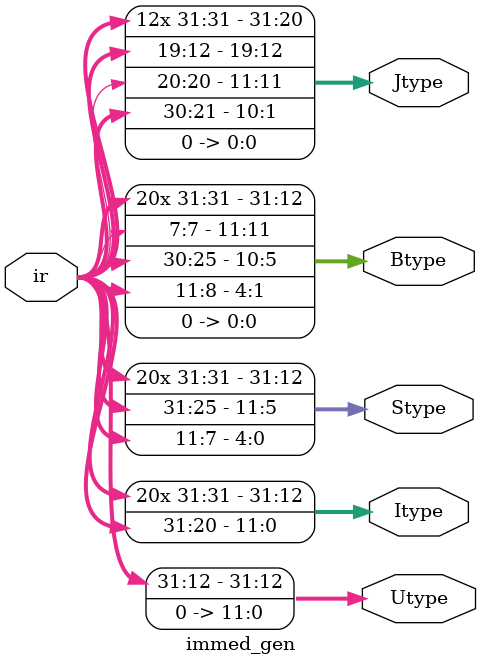
<source format=v>
`timescale 1ns / 1ps

module immed_gen(
    input [31:0] ir,
    output [31:0] Utype,
    output [31:0] Itype,
    output [31:0] Stype,
    output [31:0] Btype,
    output [31:0] Jtype
    );
    
    assign Itype = {{21{ir[31]}}, ir[30:25], ir[24:20]};
    assign Stype = {{21{ir[31]}}, ir[30:25], ir[11:7]};
    assign Btype = {{20{ir[31]}}, ir[7], ir[30:25], ir[11:8], 1'b0};
    assign Utype = {ir[31:12], 12'b000000000000};
    assign Jtype = {{12{ir[31]}}, ir[19:12], ir[20], ir[30:21], 1'b0};
    
    
endmodule
</source>
